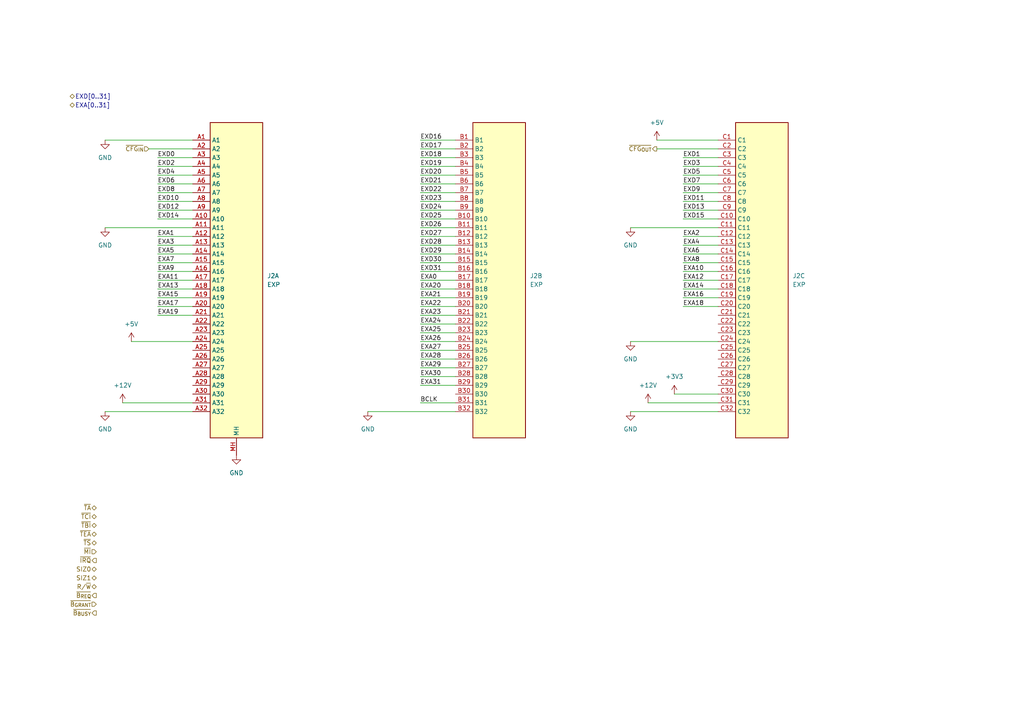
<source format=kicad_sch>
(kicad_sch (version 20230121) (generator eeschema)
  (paper "A4")
  (lib_symbols
    (symbol "68040:EXP"
      (property "Reference" "J" (at 8.89 50.8 0))
      (property "Value" "EXP" (at 8.89 48.26 0))
      (symbol "EXP_1_1"
        (rectangle (start -7.62 45.72) (end 7.62 -45.72) (stroke (width 0.254)) (fill (type background)))
        (pin passive line (at -12.7 40.64 0) (length 5.08) (name "A1") (number "A1"))
        (pin passive line (at -12.7 17.78 0) (length 5.08) (name "A10") (number "A10"))
        (pin passive line (at -12.7 15.24 0) (length 5.08) (name "A11") (number "A11"))
        (pin passive line (at -12.7 12.7 0) (length 5.08) (name "A12") (number "A12"))
        (pin passive line (at -12.7 10.16 0) (length 5.08) (name "A13") (number "A13"))
        (pin passive line (at -12.7 7.62 0) (length 5.08) (name "A14") (number "A14"))
        (pin passive line (at -12.7 5.08 0) (length 5.08) (name "A15") (number "A15"))
        (pin passive line (at -12.7 2.54 0) (length 5.08) (name "A16") (number "A16"))
        (pin passive line (at -12.7 0 0) (length 5.08) (name "A17") (number "A17"))
        (pin passive line (at -12.7 -2.54 0) (length 5.08) (name "A18") (number "A18"))
        (pin passive line (at -12.7 -5.08 0) (length 5.08) (name "A19") (number "A19"))
        (pin passive line (at -12.7 38.1 0) (length 5.08) (name "A2") (number "A2"))
        (pin passive line (at -12.7 -7.62 0) (length 5.08) (name "A20") (number "A20"))
        (pin passive line (at -12.7 -10.16 0) (length 5.08) (name "A21") (number "A21"))
        (pin passive line (at -12.7 -12.7 0) (length 5.08) (name "A22") (number "A22"))
        (pin passive line (at -12.7 -15.24 0) (length 5.08) (name "A23") (number "A23"))
        (pin passive line (at -12.7 -17.78 0) (length 5.08) (name "A24") (number "A24"))
        (pin passive line (at -12.7 -20.32 0) (length 5.08) (name "A25") (number "A25"))
        (pin passive line (at -12.7 -22.86 0) (length 5.08) (name "A26") (number "A26"))
        (pin passive line (at -12.7 -25.4 0) (length 5.08) (name "A27") (number "A27"))
        (pin passive line (at -12.7 -27.94 0) (length 5.08) (name "A28") (number "A28"))
        (pin passive line (at -12.7 -30.48 0) (length 5.08) (name "A29") (number "A29"))
        (pin passive line (at -12.7 35.56 0) (length 5.08) (name "A3") (number "A3"))
        (pin passive line (at -12.7 -33.02 0) (length 5.08) (name "A30") (number "A30"))
        (pin passive line (at -12.7 -35.56 0) (length 5.08) (name "A31") (number "A31"))
        (pin passive line (at -12.7 -38.1 0) (length 5.08) (name "A32") (number "A32"))
        (pin passive line (at -12.7 33.02 0) (length 5.08) (name "A4") (number "A4"))
        (pin passive line (at -12.7 30.48 0) (length 5.08) (name "A5") (number "A5"))
        (pin passive line (at -12.7 27.94 0) (length 5.08) (name "A6") (number "A6"))
        (pin passive line (at -12.7 25.4 0) (length 5.08) (name "A7") (number "A7"))
        (pin passive line (at -12.7 22.86 0) (length 5.08) (name "A8") (number "A8"))
        (pin passive line (at -12.7 20.32 0) (length 5.08) (name "A9") (number "A9"))
        (pin passive line (at 0 -50.8 90) (length 5.08) (name "MH") (number "MH"))
      )
      (symbol "EXP_2_1"
        (rectangle (start -7.62 45.72) (end 7.62 -45.72) (stroke (width 0.254)) (fill (type background)))
        (pin passive line (at -12.7 40.64 0) (length 5.08) (name "B1") (number "B1"))
        (pin passive line (at -12.7 17.78 0) (length 5.08) (name "B10") (number "B10"))
        (pin passive line (at -12.7 15.24 0) (length 5.08) (name "B11") (number "B11"))
        (pin passive line (at -12.7 12.7 0) (length 5.08) (name "B12") (number "B12"))
        (pin passive line (at -12.7 10.16 0) (length 5.08) (name "B13") (number "B13"))
        (pin passive line (at -12.7 7.62 0) (length 5.08) (name "B14") (number "B14"))
        (pin passive line (at -12.7 5.08 0) (length 5.08) (name "B15") (number "B15"))
        (pin passive line (at -12.7 2.54 0) (length 5.08) (name "B16") (number "B16"))
        (pin passive line (at -12.7 0 0) (length 5.08) (name "B17") (number "B17"))
        (pin passive line (at -12.7 -2.54 0) (length 5.08) (name "B18") (number "B18"))
        (pin passive line (at -12.7 -5.08 0) (length 5.08) (name "B19") (number "B19"))
        (pin passive line (at -12.7 38.1 0) (length 5.08) (name "B2") (number "B2"))
        (pin passive line (at -12.7 -7.62 0) (length 5.08) (name "B20") (number "B20"))
        (pin passive line (at -12.7 -10.16 0) (length 5.08) (name "B21") (number "B21"))
        (pin passive line (at -12.7 -12.7 0) (length 5.08) (name "B22") (number "B22"))
        (pin passive line (at -12.7 -15.24 0) (length 5.08) (name "B23") (number "B23"))
        (pin passive line (at -12.7 -17.78 0) (length 5.08) (name "B24") (number "B24"))
        (pin passive line (at -12.7 -20.32 0) (length 5.08) (name "B25") (number "B25"))
        (pin passive line (at -12.7 -22.86 0) (length 5.08) (name "B26") (number "B26"))
        (pin passive line (at -12.7 -25.4 0) (length 5.08) (name "B27") (number "B27"))
        (pin passive line (at -12.7 -27.94 0) (length 5.08) (name "B28") (number "B28"))
        (pin passive line (at -12.7 -30.48 0) (length 5.08) (name "B29") (number "B29"))
        (pin passive line (at -12.7 35.56 0) (length 5.08) (name "B3") (number "B3"))
        (pin passive line (at -12.7 -33.02 0) (length 5.08) (name "B30") (number "B30"))
        (pin passive line (at -12.7 -35.56 0) (length 5.08) (name "B31") (number "B31"))
        (pin passive line (at -12.7 -38.1 0) (length 5.08) (name "B32") (number "B32"))
        (pin passive line (at -12.7 33.02 0) (length 5.08) (name "B4") (number "B4"))
        (pin passive line (at -12.7 30.48 0) (length 5.08) (name "B5") (number "B5"))
        (pin passive line (at -12.7 27.94 0) (length 5.08) (name "B6") (number "B6"))
        (pin passive line (at -12.7 25.4 0) (length 5.08) (name "B7") (number "B7"))
        (pin passive line (at -12.7 22.86 0) (length 5.08) (name "B8") (number "B8"))
        (pin passive line (at -12.7 20.32 0) (length 5.08) (name "B9") (number "B9"))
      )
      (symbol "EXP_3_1"
        (rectangle (start -7.62 45.72) (end 7.62 -45.72) (stroke (width 0.254)) (fill (type background)))
        (pin passive line (at -12.7 40.64 0) (length 5.08) (name "C1") (number "C1"))
        (pin passive line (at -12.7 17.78 0) (length 5.08) (name "C10") (number "C10"))
        (pin passive line (at -12.7 15.24 0) (length 5.08) (name "C11") (number "C11"))
        (pin passive line (at -12.7 12.7 0) (length 5.08) (name "C12") (number "C12"))
        (pin passive line (at -12.7 10.16 0) (length 5.08) (name "C13") (number "C13"))
        (pin passive line (at -12.7 7.62 0) (length 5.08) (name "C14") (number "C14"))
        (pin passive line (at -12.7 5.08 0) (length 5.08) (name "C15") (number "C15"))
        (pin passive line (at -12.7 2.54 0) (length 5.08) (name "C16") (number "C16"))
        (pin passive line (at -12.7 0 0) (length 5.08) (name "C17") (number "C17"))
        (pin passive line (at -12.7 -2.54 0) (length 5.08) (name "C18") (number "C18"))
        (pin passive line (at -12.7 -5.08 0) (length 5.08) (name "C19") (number "C19"))
        (pin passive line (at -12.7 38.1 0) (length 5.08) (name "C2") (number "C2"))
        (pin passive line (at -12.7 -7.62 0) (length 5.08) (name "C20") (number "C20"))
        (pin passive line (at -12.7 -10.16 0) (length 5.08) (name "C21") (number "C21"))
        (pin passive line (at -12.7 -12.7 0) (length 5.08) (name "C22") (number "C22"))
        (pin passive line (at -12.7 -15.24 0) (length 5.08) (name "C23") (number "C23"))
        (pin passive line (at -12.7 -17.78 0) (length 5.08) (name "C24") (number "C24"))
        (pin passive line (at -12.7 -20.32 0) (length 5.08) (name "C25") (number "C25"))
        (pin passive line (at -12.7 -22.86 0) (length 5.08) (name "C26") (number "C26"))
        (pin passive line (at -12.7 -25.4 0) (length 5.08) (name "C27") (number "C27"))
        (pin passive line (at -12.7 -27.94 0) (length 5.08) (name "C28") (number "C28"))
        (pin passive line (at -12.7 -30.48 0) (length 5.08) (name "C29") (number "C29"))
        (pin passive line (at -12.7 35.56 0) (length 5.08) (name "C3") (number "C3"))
        (pin passive line (at -12.7 -33.02 0) (length 5.08) (name "C30") (number "C30"))
        (pin passive line (at -12.7 -35.56 0) (length 5.08) (name "C31") (number "C31"))
        (pin passive line (at -12.7 -38.1 0) (length 5.08) (name "C32") (number "C32"))
        (pin passive line (at -12.7 33.02 0) (length 5.08) (name "C4") (number "C4"))
        (pin passive line (at -12.7 30.48 0) (length 5.08) (name "C5") (number "C5"))
        (pin passive line (at -12.7 27.94 0) (length 5.08) (name "C6") (number "C6"))
        (pin passive line (at -12.7 25.4 0) (length 5.08) (name "C7") (number "C7"))
        (pin passive line (at -12.7 22.86 0) (length 5.08) (name "C8") (number "C8"))
        (pin passive line (at -12.7 20.32 0) (length 5.08) (name "C9") (number "C9"))
      )
    )
    (symbol "power:+12V" (power) (pin_names (offset 0))
      (property "Value" "+12V" (at 0 3.556 0))
      (symbol "+12V_0_1"
        (polyline (pts (xy -0.762 1.27) (xy 0 2.54)))
        (polyline (pts (xy 0 0) (xy 0 2.54)))
        (polyline (pts (xy 0 2.54) (xy 0.762 1.27)))
      )
      (symbol "+12V_1_1"
        (pin power_in line (at 0 0 90) (length 0) hide (name "+12V") (number "1"))
      )
    )
    (symbol "power:+3V3" (power) (pin_names (offset 0))
      (property "Value" "+3V3" (at 0 3.556 0))
      (symbol "+3V3_0_1"
        (polyline (pts (xy -0.762 1.27) (xy 0 2.54)))
        (polyline (pts (xy 0 0) (xy 0 2.54)))
        (polyline (pts (xy 0 2.54) (xy 0.762 1.27)))
      )
      (symbol "+3V3_1_1"
        (pin power_in line (at 0 0 90) (length 0) hide (name "+3V3") (number "1"))
      )
    )
    (symbol "power:+5V" (power) (pin_names (offset 0))
      (property "Value" "+5V" (at 0 3.556 0))
      (symbol "+5V_0_1"
        (polyline (pts (xy -0.762 1.27) (xy 0 2.54)))
        (polyline (pts (xy 0 0) (xy 0 2.54)))
        (polyline (pts (xy 0 2.54) (xy 0.762 1.27)))
      )
      (symbol "+5V_1_1"
        (pin power_in line (at 0 0 90) (length 0) hide (name "+5V") (number "1"))
      )
    )
    (symbol "power:GND" (power) (pin_names (offset 0))
      (property "Value" "GND" (at 0 -3.81 0))
      (symbol "GND_0_1"
        (polyline (pts (xy 0 0) (xy 0 -1.27) (xy 1.27 -1.27) (xy 0 -2.54) (xy -1.27 -1.27) (xy 0 -1.27)))
      )
      (symbol "GND_1_1"
        (pin power_in line (at 0 0 270) (length 0) hide (name "GND") (number "1"))
      )
    )
  )
  (wire (pts (xy 45.72 58.42) (xy 55.88 58.42)))
  (wire (pts (xy 121.92 78.74) (xy 132.08 78.74)))
  (wire (pts (xy 132.08 86.36) (xy 121.92 86.36)))
  (wire (pts (xy 121.92 68.58) (xy 132.08 68.58)))
  (wire (pts (xy 45.72 83.82) (xy 55.88 83.82)))
  (wire (pts (xy 208.28 53.34) (xy 198.12 53.34)))
  (wire (pts (xy 208.28 45.72) (xy 198.12 45.72)))
  (wire (pts (xy 45.72 73.66) (xy 55.88 73.66)))
  (wire (pts (xy 208.28 86.36) (xy 198.12 86.36)))
  (wire (pts (xy 182.88 99.06) (xy 208.28 99.06)))
  (wire (pts (xy 121.92 60.96) (xy 132.08 60.96)))
  (wire (pts (xy 121.92 55.88) (xy 132.08 55.88)))
  (wire (pts (xy 45.72 76.2) (xy 55.88 76.2)))
  (wire (pts (xy 132.08 83.82) (xy 121.92 83.82)))
  (wire (pts (xy 45.72 88.9) (xy 55.88 88.9)))
  (wire (pts (xy 45.72 78.74) (xy 55.88 78.74)))
  (wire (pts (xy 208.28 73.66) (xy 198.12 73.66)))
  (wire (pts (xy 132.08 106.68) (xy 121.92 106.68)))
  (wire (pts (xy 132.08 96.52) (xy 121.92 96.52)))
  (wire (pts (xy 208.28 63.5) (xy 198.12 63.5)))
  (wire (pts (xy 121.92 58.42) (xy 132.08 58.42)))
  (wire (pts (xy 182.88 119.38) (xy 208.28 119.38)))
  (wire (pts (xy 132.08 109.22) (xy 121.92 109.22)))
  (wire (pts (xy 45.72 48.26) (xy 55.88 48.26)))
  (wire (pts (xy 190.5 40.64) (xy 208.28 40.64)))
  (wire (pts (xy 45.72 81.28) (xy 55.88 81.28)))
  (wire (pts (xy 132.08 91.44) (xy 121.92 91.44)))
  (wire (pts (xy 208.28 76.2) (xy 198.12 76.2)))
  (wire (pts (xy 182.88 66.04) (xy 208.28 66.04)))
  (wire (pts (xy 208.28 88.9) (xy 198.12 88.9)))
  (wire (pts (xy 45.72 91.44) (xy 55.88 91.44)))
  (wire (pts (xy 45.72 60.96) (xy 55.88 60.96)))
  (wire (pts (xy 132.08 88.9) (xy 121.92 88.9)))
  (wire (pts (xy 208.28 60.96) (xy 198.12 60.96)))
  (wire (pts (xy 208.28 68.58) (xy 198.12 68.58)))
  (wire (pts (xy 208.28 48.26) (xy 198.12 48.26)))
  (wire (pts (xy 132.08 101.6) (xy 121.92 101.6)))
  (wire (pts (xy 38.1 99.06) (xy 55.88 99.06)))
  (wire (pts (xy 208.28 71.12) (xy 198.12 71.12)))
  (wire (pts (xy 121.92 43.18) (xy 132.08 43.18)))
  (wire (pts (xy 121.92 63.5) (xy 132.08 63.5)))
  (wire (pts (xy 121.92 81.28) (xy 132.08 81.28)))
  (wire (pts (xy 208.28 81.28) (xy 198.12 81.28)))
  (wire (pts (xy 43.18 43.18) (xy 55.88 43.18)))
  (wire (pts (xy 208.28 50.8) (xy 198.12 50.8)))
  (wire (pts (xy 208.28 58.42) (xy 198.12 58.42)))
  (wire (pts (xy 121.92 45.72) (xy 132.08 45.72)))
  (wire (pts (xy 45.72 53.34) (xy 55.88 53.34)))
  (wire (pts (xy 35.56 116.84) (xy 55.88 116.84)))
  (wire (pts (xy 132.08 93.98) (xy 121.92 93.98)))
  (wire (pts (xy 190.5 43.18) (xy 208.28 43.18)))
  (wire (pts (xy 121.92 50.8) (xy 132.08 50.8)))
  (wire (pts (xy 208.28 83.82) (xy 198.12 83.82)))
  (wire (pts (xy 30.48 40.64) (xy 55.88 40.64)))
  (wire (pts (xy 121.92 40.64) (xy 132.08 40.64)))
  (wire (pts (xy 121.92 71.12) (xy 132.08 71.12)))
  (wire (pts (xy 45.72 68.58) (xy 55.88 68.58)))
  (wire (pts (xy 45.72 50.8) (xy 55.88 50.8)))
  (wire (pts (xy 121.92 76.2) (xy 132.08 76.2)))
  (wire (pts (xy 121.92 48.26) (xy 132.08 48.26)))
  (wire (pts (xy 208.28 78.74) (xy 198.12 78.74)))
  (wire (pts (xy 45.72 86.36) (xy 55.88 86.36)))
  (wire (pts (xy 208.28 55.88) (xy 198.12 55.88)))
  (wire (pts (xy 30.48 119.38) (xy 55.88 119.38)))
  (wire (pts (xy 121.92 53.34) (xy 132.08 53.34)))
  (wire (pts (xy 45.72 45.72) (xy 55.88 45.72)))
  (wire (pts (xy 121.92 116.84) (xy 132.08 116.84)))
  (wire (pts (xy 187.96 116.84) (xy 208.28 116.84)))
  (wire (pts (xy 132.08 104.14) (xy 121.92 104.14)))
  (wire (pts (xy 132.08 111.76) (xy 121.92 111.76)))
  (wire (pts (xy 132.08 99.06) (xy 121.92 99.06)))
  (wire (pts (xy 106.68 119.38) (xy 132.08 119.38)))
  (wire (pts (xy 45.72 55.88) (xy 55.88 55.88)))
  (wire (pts (xy 121.92 73.66) (xy 132.08 73.66)))
  (wire (pts (xy 45.72 71.12) (xy 55.88 71.12)))
  (wire (pts (xy 30.48 66.04) (xy 55.88 66.04)))
  (wire (pts (xy 45.72 63.5) (xy 55.88 63.5)))
  (wire (pts (xy 121.92 66.04) (xy 132.08 66.04)))
  (wire (pts (xy 195.58 114.3) (xy 208.28 114.3)))
  (label "EXA30" (at 121.92 109.22 0))
  (label "EXA19" (at 45.72 91.44 0))
  (label "EXD12" (at 45.72 60.96 0))
  (label "EXD28" (at 121.92 71.12 0))
  (label "EXD5" (at 198.12 50.8 0))
  (label "EXA2" (at 198.12 68.58 0))
  (label "EXD11" (at 198.12 58.42 0))
  (label "EXA5" (at 45.72 73.66 0))
  (label "EXD21" (at 121.92 53.34 0))
  (label "EXD0" (at 45.72 45.72 0))
  (label "EXD29" (at 121.92 73.66 0))
  (label "EXD3" (at 198.12 48.26 0))
  (label "EXD14" (at 45.72 63.5 0))
  (label "EXD1" (at 198.12 45.72 0))
  (label "EXA12" (at 198.12 81.28 0))
  (label "EXA23" (at 121.92 91.44 0))
  (label "EXA3" (at 45.72 71.12 0))
  (label "EXA11" (at 45.72 81.28 0))
  (label "EXA16" (at 198.12 86.36 0))
  (label "EXA24" (at 121.92 93.98 0))
  (label "EXD17" (at 121.92 43.18 0))
  (label "EXD30" (at 121.92 76.2 0))
  (label "EXA7" (at 45.72 76.2 0))
  (label "EXD8" (at 45.72 55.88 0))
  (label "EXD10" (at 45.72 58.42 0))
  (label "EXD16" (at 121.92 40.64 0))
  (label "EXD25" (at 121.92 63.5 0))
  (label "EXA27" (at 121.92 101.6 0))
  (label "EXA26" (at 121.92 99.06 0))
  (label "EXD13" (at 198.12 60.96 0))
  (label "EXD20" (at 121.92 50.8 0))
  (label "EXA28" (at 121.92 104.14 0))
  (label "EXA17" (at 45.72 88.9 0))
  (label "EXD9" (at 198.12 55.88 0))
  (label "EXA25" (at 121.92 96.52 0))
  (label "EXD15" (at 198.12 63.5 0))
  (label "EXD18" (at 121.92 45.72 0))
  (label "EXA29" (at 121.92 106.68 0))
  (label "EXD7" (at 198.12 53.34 0))
  (label "EXD6" (at 45.72 53.34 0))
  (label "EXD19" (at 121.92 48.26 0))
  (label "EXA6" (at 198.12 73.66 0))
  (label "EXD27" (at 121.92 68.58 0))
  (label "BCLK" (at 121.92 116.84 0))
  (label "EXD31" (at 121.92 78.74 0))
  (label "EXA4" (at 198.12 71.12 0))
  (label "EXA13" (at 45.72 83.82 0))
  (label "EXA31" (at 121.92 111.76 0))
  (label "EXA1" (at 45.72 68.58 0))
  (label "EXD2" (at 45.72 48.26 0))
  (label "EXA20" (at 121.92 83.82 0))
  (label "EXA21" (at 121.92 86.36 0))
  (label "EXA22" (at 121.92 88.9 0))
  (label "EXD22" (at 121.92 55.88 0))
  (label "EXA9" (at 45.72 78.74 0))
  (label "EXA18" (at 198.12 88.9 0))
  (label "EXD23" (at 121.92 58.42 0))
  (label "EXA14" (at 198.12 83.82 0))
  (label "EXD24" (at 121.92 60.96 0))
  (label "EXA15" (at 45.72 86.36 0))
  (label "EXA8" (at 198.12 76.2 0))
  (label "EXA10" (at 198.12 78.74 0))
  (label "EXD26" (at 121.92 66.04 0))
  (label "EXD4" (at 45.72 50.8 0))
  (label "EXA0" (at 121.92 81.28 0))
  (hierarchical_label "~{TBI}" (shape bidirectional) (at 27.94 152.4 180))
  (hierarchical_label "R{slash}~{W}" (shape bidirectional) (at 27.94 170.18 180))
  (hierarchical_label "~{TEA}" (shape bidirectional) (at 27.94 154.94 180))
  (hierarchical_label "~{B_{BUSY}}" (shape output) (at 27.94 177.8 180))
  (hierarchical_label "~{IRQ}" (shape output) (at 27.94 162.56 180))
  (hierarchical_label "EXD[0..31]" (shape bidirectional) (at 20.32 27.94 0))
  (hierarchical_label "~{TCI}" (shape bidirectional) (at 27.94 149.86 180))
  (hierarchical_label "~{MI}" (shape input) (at 27.94 160.02 180))
  (hierarchical_label "~{B_{GRANT}}" (shape input) (at 27.94 175.26 180))
  (hierarchical_label "~{TS}" (shape bidirectional) (at 27.94 157.48 180))
  (hierarchical_label "EXA[0..31]" (shape bidirectional) (at 20.32 30.48 0))
  (hierarchical_label "~{CFG_{IN}}" (shape input) (at 43.18 43.18 180))
  (hierarchical_label "~{CFG_{OUT}}" (shape output) (at 190.5 43.18 180))
  (hierarchical_label "SIZ1" (shape bidirectional) (at 27.94 167.64 180))
  (hierarchical_label "SIZ0" (shape bidirectional) (at 27.94 165.1 180))
  (hierarchical_label "~{TA}" (shape bidirectional) (at 27.94 147.32 180))
  (hierarchical_label "~{B_{REQ}}" (shape output) (at 27.94 172.72 180))
  (symbol (lib_id "power:+5V") (at 38.1 99.06 0) (unit 1)
    (property "Reference" "#PWR0112" (effects hide))
    (property "Value" "+5V" (at 38.1 93.98 0))
    (instances (project "68040pc" (path "" (reference "#PWR0112") (unit 1)) (path "" (reference "#PWR07") (unit 1)) (path "" (reference "#PWR045") (unit 1)) (path "" (reference "#PWR060") (unit 1))))
  )
  (symbol (lib_id "power:+3V3") (at 195.58 114.3 0) (unit 1)
    (property "Reference" "#PWR0136" (effects hide))
    (property "Value" "+3V3" (at 195.58 109.22 0))
    (instances (project "68040pc" (path "" (reference "#PWR0136") (unit 1)) (path "" (reference "#PWR039") (unit 1)) (path "" (reference "#PWR054") (unit 1)) (path "" (reference "#PWR069") (unit 1))))
  )
  (symbol (lib_id "power:GND") (at 182.88 99.06 0) (unit 1)
    (property "Reference" "#PWR096" (effects hide))
    (property "Value" "GND" (at 182.88 104.14 0))
    (instances (project "68040pc" (path "" (reference "#PWR096") (unit 1)) (path "" (reference "#PWR029") (unit 1)) (path "" (reference "#PWR050") (unit 1)) (path "" (reference "#PWR065") (unit 1))))
  )
  (symbol (lib_id "68040:EXP") (at 220.98 81.28 0) (unit 3)
    (property "Reference" "J2" (at 229.87 80.01 0) (effects (justify left)))
    (property "Value" "EXP" (at 229.87 82.55 0) (effects (justify left)))
    (property "Footprint" "68040:EXP" (effects hide))
    (property "Datasheet" "https://www.belfuse.com/search/search?search_keywords=DIN96SBSS2.5&search=Submit" (effects hide))
    (property "Height" "11.6" (effects hide))
    (property "Mouser Part Number" "601-DIN96SBSS25" (effects hide))
    (property "Mouser Price/Stock" "https://www.mouser.co.uk/ProductDetail/AIM-Cambridge-Cinch-Connectivity-Solutions/DIN96SBSS2.5?qs=ulEaXIWI0c8Haookwm0y0Q%3D%3D" (effects hide))
    (property "Manufacturer_Name" "Cinch Connectivity Solutions" (effects hide))
    (property "Manufacturer_Part_Number" "DIN96SBSS2.5" (effects hide))
    (instances (project "68040pc" (path "" (reference "J2") (unit 3)) (path "" (reference "J3") (unit 3)) (path "" (reference "J4") (unit 3)) (path "" (reference "J1") (unit 3))))
  )
  (symbol (lib_id "power:GND") (at 30.48 66.04 0) (unit 1)
    (property "Reference" "#PWR056" (effects hide))
    (property "Value" "GND" (at 30.48 71.12 0))
    (instances (project "68040pc" (path "" (reference "#PWR056") (unit 1)) (path "" (reference "#PWR04") (unit 1)) (path "" (reference "#PWR042") (unit 1)) (path "" (reference "#PWR057") (unit 1))))
  )
  (symbol (lib_id "power:GND") (at 106.68 119.38 0) (unit 1)
    (property "Reference" "#PWR088" (effects hide))
    (property "Value" "GND" (at 106.68 124.46 0))
    (instances (project "68040pc" (path "" (reference "#PWR088") (unit 1)) (path "" (reference "#PWR022") (unit 1)) (path "" (reference "#PWR047") (unit 1)) (path "" (reference "#PWR062") (unit 1))))
  )
  (symbol (lib_id "power:GND") (at 182.88 66.04 0) (unit 1)
    (property "Reference" "#PWR072" (effects hide))
    (property "Value" "GND" (at 182.88 71.12 0))
    (instances (project "68040pc" (path "" (reference "#PWR072") (unit 1)) (path "" (reference "#PWR023") (unit 1)) (path "" (reference "#PWR049") (unit 1)) (path "" (reference "#PWR063") (unit 1))))
  )
  (symbol (lib_id "power:GND") (at 30.48 40.64 0) (unit 1)
    (property "Reference" "#PWR048" (effects hide))
    (property "Value" "GND" (at 30.48 45.72 0))
    (instances (project "68040pc" (path "" (reference "#PWR048") (unit 1)) (path "" (reference "#PWR03") (unit 1)) (path "" (reference "#PWR041") (unit 1)) (path "" (reference "#PWR055") (unit 1))))
  )
  (symbol (lib_id "power:GND") (at 182.88 119.38 0) (unit 1)
    (property "Reference" "#PWR080" (effects hide))
    (property "Value" "GND" (at 182.88 124.46 0))
    (instances (project "68040pc" (path "" (reference "#PWR080") (unit 1)) (path "" (reference "#PWR036") (unit 1)) (path "" (reference "#PWR051") (unit 1)) (path "" (reference "#PWR066") (unit 1))))
  )
  (symbol (lib_id "68040:EXP") (at 68.58 81.28 0) (unit 1)
    (property "Reference" "J2" (at 77.47 80.01 0) (effects (justify left)))
    (property "Value" "EXP" (at 77.47 82.55 0) (effects (justify left)))
    (property "Footprint" "68040:EXP" (effects hide))
    (property "Datasheet" "https://www.belfuse.com/search/search?search_keywords=DIN96SBSS2.5&search=Submit" (effects hide))
    (property "Height" "11.6" (effects hide))
    (property "Mouser Part Number" "601-DIN96SBSS25" (effects hide))
    (property "Mouser Price/Stock" "https://www.mouser.co.uk/ProductDetail/AIM-Cambridge-Cinch-Connectivity-Solutions/DIN96SBSS2.5?qs=ulEaXIWI0c8Haookwm0y0Q%3D%3D" (effects hide))
    (property "Manufacturer_Name" "Cinch Connectivity Solutions" (effects hide))
    (property "Manufacturer_Part_Number" "DIN96SBSS2.5" (effects hide))
    (instances (project "68040pc" (path "" (reference "J2") (unit 1)) (path "" (reference "J3") (unit 1)) (path "" (reference "J4") (unit 1)) (path "" (reference "J1") (unit 1))))
  )
  (symbol (lib_id "power:+12V") (at 187.96 116.84 0) (unit 1)
    (property "Reference" "#PWR0128" (effects hide))
    (property "Value" "+12V" (at 187.96 111.76 0))
    (instances (project "68040pc" (path "" (reference "#PWR0128") (unit 1)) (path "" (reference "#PWR037") (unit 1)) (path "" (reference "#PWR052") (unit 1)) (path "" (reference "#PWR067") (unit 1))))
  )
  (symbol (lib_id "power:+12V") (at 35.56 116.84 0) (unit 1)
    (property "Reference" "#PWR0144" (effects hide))
    (property "Value" "+12V" (at 35.56 111.76 0))
    (instances (project "68040pc" (path "" (reference "#PWR0144") (unit 1)) (path "" (reference "#PWR06") (unit 1)) (path "" (reference "#PWR044") (unit 1)) (path "" (reference "#PWR059") (unit 1))))
  )
  (symbol (lib_id "power:+5V") (at 190.5 40.64 0) (unit 1)
    (property "Reference" "#PWR0120" (effects hide))
    (property "Value" "+5V" (at 190.5 35.56 0))
    (instances (project "68040pc" (path "" (reference "#PWR0120") (unit 1)) (path "" (reference "#PWR038") (unit 1)) (path "" (reference "#PWR053") (unit 1)) (path "" (reference "#PWR068") (unit 1))))
  )
  (symbol (lib_id "power:GND") (at 30.48 119.38 0) (unit 1)
    (property "Reference" "#PWR064" (effects hide))
    (property "Value" "GND" (at 30.48 124.46 0))
    (instances (project "68040pc" (path "" (reference "#PWR064") (unit 1)) (path "" (reference "#PWR05") (unit 1)) (path "" (reference "#PWR043") (unit 1)) (path "" (reference "#PWR058") (unit 1))))
  )
  (symbol (lib_id "power:GND") (at 68.58 132.08 0) (unit 1)
    (property "Reference" "#PWR040" (effects hide))
    (property "Value" "GND" (at 68.58 137.16 0))
    (instances (project "68040pc" (path "" (reference "#PWR040") (unit 1)) (path "" (reference "#PWR08") (unit 1)) (path "" (reference "#PWR046") (unit 1)) (path "" (reference "#PWR061") (unit 1))))
  )
  (symbol (lib_id "68040:EXP") (at 144.78 81.28 0) (unit 2)
    (property "Reference" "J2" (at 153.67 80.01 0) (effects (justify left)))
    (property "Value" "EXP" (at 153.67 82.55 0) (effects (justify left)))
    (property "Footprint" "68040:EXP" (effects hide))
    (property "Datasheet" "https://www.belfuse.com/search/search?search_keywords=DIN96SBSS2.5&search=Submit" (effects hide))
    (property "Height" "11.6" (effects hide))
    (property "Mouser Part Number" "601-DIN96SBSS25" (effects hide))
    (property "Mouser Price/Stock" "https://www.mouser.co.uk/ProductDetail/AIM-Cambridge-Cinch-Connectivity-Solutions/DIN96SBSS2.5?qs=ulEaXIWI0c8Haookwm0y0Q%3D%3D" (effects hide))
    (property "Manufacturer_Name" "Cinch Connectivity Solutions" (effects hide))
    (property "Manufacturer_Part_Number" "DIN96SBSS2.5" (effects hide))
    (instances (project "68040pc" (path "" (reference "J2") (unit 2)) (path "" (reference "J3") (unit 2)) (path "" (reference "J4") (unit 2)) (path "" (reference "J1") (unit 2))))
  )
)
</source>
